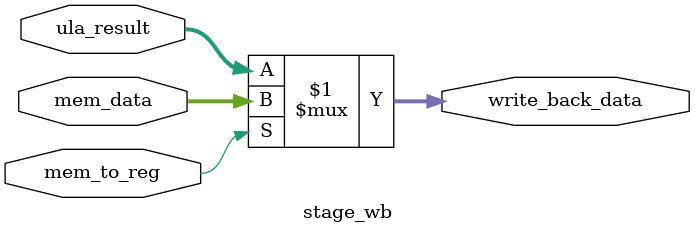
<source format=v>
module stage_wb (
    input wire mem_to_reg,
    input wire [31:0] ula_result,
    input wire [31:0] mem_data,
    output wire [31:0] write_back_data
);

    assign write_back_data = mem_to_reg ? mem_data : ula_result;

endmodule
</source>
